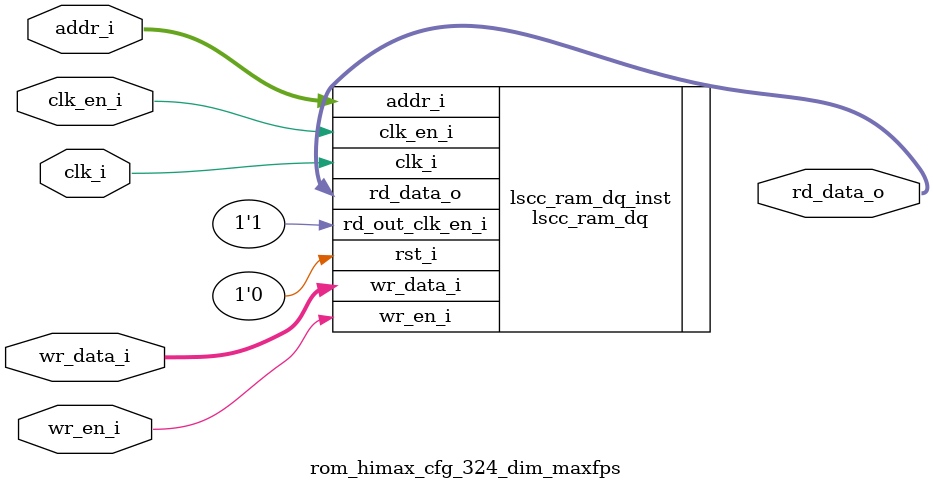
<source format=v>
/*******************************************************************************
    Verilog netlist generated by IPGEN Radiant
    Soft IP Version: 1.0.0
    Fri Jun 08 15:32:25 2018
*******************************************************************************/
/*******************************************************************************
    Include IP core template files.
*******************************************************************************/
`include "core/lscc_ram_dq.v"
/*******************************************************************************
    Wrapper Module generated per user settings.
*******************************************************************************/
module rom_himax_cfg_324_dim_maxfps (clk_i, clk_en_i, wr_en_i, wr_data_i,
    addr_i, rd_data_o);
    input  clk_i;
    input  clk_en_i;
    input  wr_en_i;
    input  [15:0]  wr_data_i;
    input  [7:0]  addr_i;
    output  [15:0]  rd_data_o;
    lscc_ram_dq #(.ADDR_DEPTH(256),
        .DATA_WIDTH(16),
        .ADDR_WIDTH(8),
        .REGMODE("noreg"),
        .RESETMODE("sync"),
        .INIT_MODE("mem_file"),
        .INIT_FILE("misc/ram256x16_himax_324x324_dim_maxfps_rom_himax_cfg_324_dim_maxfps_copy.mem"),
        .INIT_FILE_FORMAT("hex"))
    lscc_ram_dq_inst(.clk_i(clk_i),
        .rst_i(1'b0),
        .clk_en_i(clk_en_i),
        .rd_out_clk_en_i(1'b1),
        .wr_en_i(wr_en_i),
        .wr_data_i(wr_data_i),
        .addr_i(addr_i),
        .rd_data_o(rd_data_o));
endmodule
</source>
